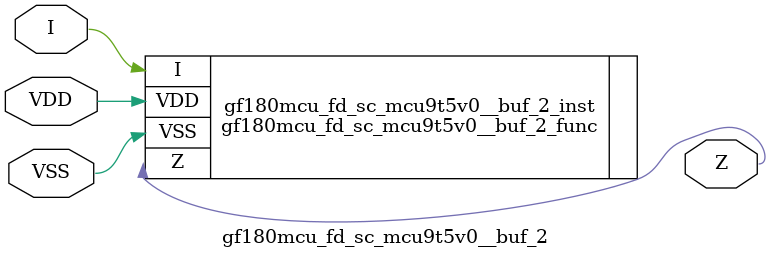
<source format=v>

module gf180mcu_fd_sc_mcu9t5v0__buf_2( I, Z, VDD, VSS );
input I;
inout VDD, VSS;
output Z;

   `ifdef FUNCTIONAL  //  functional //

	gf180mcu_fd_sc_mcu9t5v0__buf_2_func gf180mcu_fd_sc_mcu9t5v0__buf_2_behav_inst(.I(I),.Z(Z),.VDD(VDD),.VSS(VSS));

   `else

	gf180mcu_fd_sc_mcu9t5v0__buf_2_func gf180mcu_fd_sc_mcu9t5v0__buf_2_inst(.I(I),.Z(Z),.VDD(VDD),.VSS(VSS));

	// spec_gates_begin


	// spec_gates_end



   specify

	// specify_block_begin

	// comb arc I --> Z
	 (I => Z) = (1.0,1.0);

	// specify_block_end

   endspecify

   `endif

endmodule

</source>
